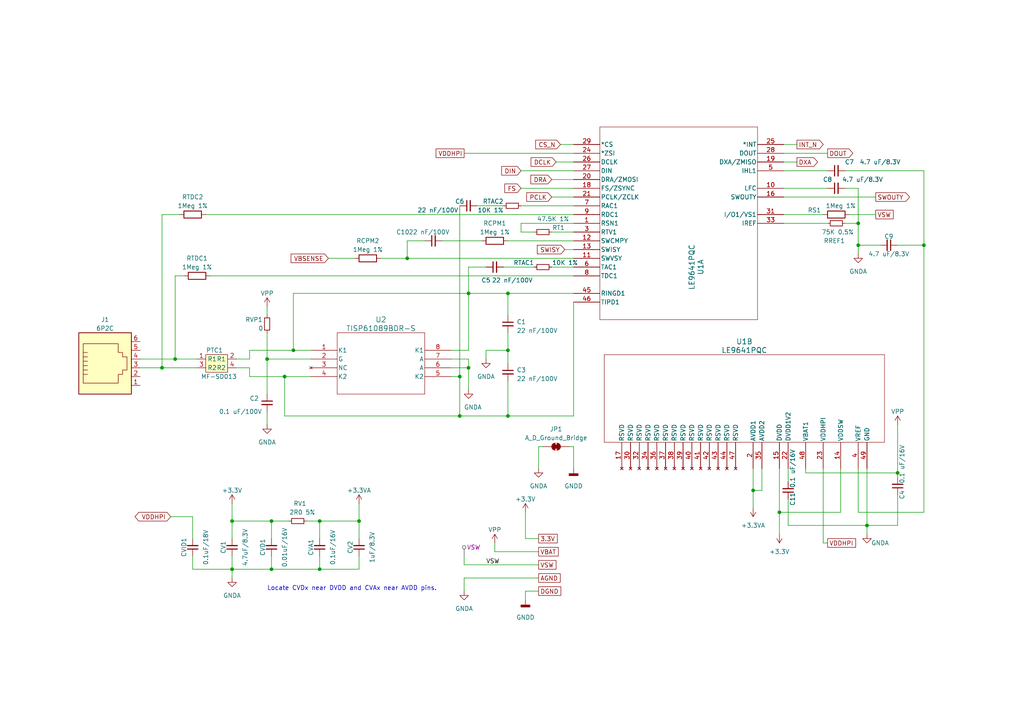
<source format=kicad_sch>
(kicad_sch (version 20230121) (generator eeschema)
  (paper "A4")
  (lib_symbols
    (symbol "Device:C_Small" (pin_numbers hide) (pin_names (offset 0.254) hide)
      (property "Reference" "C" (at 0.254 1.778 0))
      (property "Value" "C_Small" (at 0.254 -2.032 0))
      (symbol "C_Small_0_1"
        (polyline (pts (xy -1.524 -0.508) (xy 1.524 -0.508)) (stroke (width 0.3302)))
        (polyline (pts (xy -1.524 0.508) (xy 1.524 0.508)) (stroke (width 0.3048)))
      )
      (symbol "C_Small_1_1"
        (pin passive line (at 0 2.54 270) (length 2.032) (name "~") (number "1"))
        (pin passive line (at 0 -2.54 90) (length 2.032) (name "~") (number "2"))
      )
    )
    (symbol "Device:R" (pin_numbers hide) (pin_names (offset 0))
      (property "Reference" "R" (at 2.032 0 90))
      (property "Value" "R" (at 0 0 90))
      (symbol "R_0_1"
        (rectangle (start -1.016 -2.54) (end 1.016 2.54) (stroke (width 0.254)))
      )
      (symbol "R_1_1"
        (pin passive line (at 0 3.81 270) (length 1.27) (name "~") (number "1"))
        (pin passive line (at 0 -3.81 90) (length 1.27) (name "~") (number "2"))
      )
    )
    (symbol "Device:R_Small" (pin_numbers hide) (pin_names (offset 0.254) hide)
      (property "Reference" "R" (at 0.762 0.508 0))
      (property "Value" "R_Small" (at 0.762 -1.016 0))
      (symbol "R_Small_0_1"
        (rectangle (start -0.762 1.778) (end 0.762 -1.778) (stroke (width 0.2032)))
      )
      (symbol "R_Small_1_1"
        (pin passive line (at 0 2.54 270) (length 0.762) (name "~") (number "1"))
        (pin passive line (at 0 -2.54 90) (length 0.762) (name "~") (number "2"))
      )
    )
    (symbol "Jumper:SolderJumper_2_Bridged" (pin_numbers hide) (pin_names (offset 0) hide)
      (property "Reference" "JP" (at 0 2.032 0))
      (property "Value" "SolderJumper_2_Bridged" (at 0 -2.54 0))
      (symbol "SolderJumper_2_Bridged_0_1"
        (rectangle (start -0.508 0.508) (end 0.508 -0.508) (fill (type outline)))
        (arc (start -0.254 1.016) (mid -1.2656 0) (end -0.254 -1.016))
        (arc (start -0.254 1.016) (mid -1.2656 0) (end -0.254 -1.016) (fill (type outline)))
        (polyline (pts (xy -0.254 1.016) (xy -0.254 -1.016)))
        (polyline (pts (xy 0.254 1.016) (xy 0.254 -1.016)))
        (arc (start 0.254 -1.016) (mid 1.2656 0) (end 0.254 1.016))
        (arc (start 0.254 -1.016) (mid 1.2656 0) (end 0.254 1.016) (fill (type outline)))
      )
      (symbol "SolderJumper_2_Bridged_1_1"
        (pin passive line (at -3.81 0 0) (length 2.54) (name "A") (number "1"))
        (pin passive line (at 3.81 0 180) (length 2.54) (name "B") (number "2"))
      )
    )
    (symbol "LE9641:LE9641PQC" (pin_names (offset 0.254))
      (property "Reference" "U1" (at 36.83 -35.56 90))
      (property "Value" "LE9641PQC" (at 34.29 -35.56 90))
      (symbol "LE9641PQC_1_1"
        (polyline (pts (xy 7.62 -50.8) (xy 53.34 -50.8)) (stroke (width 0.127)))
        (polyline (pts (xy 7.62 5.08) (xy 7.62 -50.8)) (stroke (width 0.127)))
        (polyline (pts (xy 53.34 -50.8) (xy 53.34 5.08)) (stroke (width 0.127)))
        (polyline (pts (xy 53.34 5.08) (xy 7.62 5.08)) (stroke (width 0.127)))
        (pin input line (at 0 -22.86 0) (length 7.62) (name "RSN1") (number "1"))
        (pin output line (at 60.96 -12.7 180) (length 7.62) (name "LFC") (number "10"))
        (pin input line (at 0 -33.02 0) (length 7.62) (name "SWVSY") (number "11"))
        (pin input line (at 0 -27.94 0) (length 7.62) (name "SWCMPY") (number "12"))
        (pin input line (at 0 -30.48 0) (length 7.62) (name "SWISY") (number "13"))
        (pin output line (at 60.96 -15.24 180) (length 7.62) (name "SWOUTY") (number "16"))
        (pin input line (at 0 -12.7 0) (length 7.62) (name "FS/ZSYNC") (number "18"))
        (pin output line (at 60.96 -5.08 180) (length 7.62) (name "DXA/ZMISO") (number "19"))
        (pin input line (at 0 -10.16 0) (length 7.62) (name "DRA/ZMOSI") (number "20"))
        (pin input line (at 0 -15.24 0) (length 7.62) (name "PCLK/ZCLK") (number "21"))
        (pin input line (at 0 -2.54 0) (length 7.62) (name "*ZSI") (number "24"))
        (pin output line (at 60.96 0 180) (length 7.62) (name "*INT") (number "25"))
        (pin input line (at 0 -5.08 0) (length 7.62) (name "DCLK") (number "26"))
        (pin input line (at 0 -7.62 0) (length 7.62) (name "DIN") (number "27"))
        (pin output line (at 60.96 -2.54 180) (length 7.62) (name "DOUT") (number "28"))
        (pin input line (at 0 0 0) (length 7.62) (name "*CS") (number "29"))
        (pin input line (at 0 -25.4 0) (length 7.62) (name "RTV1") (number "3"))
        (pin bidirectional line (at 60.96 -20.32 180) (length 7.62) (name "I/O1/VS1") (number "31"))
        (pin unspecified line (at 60.96 -22.86 180) (length 7.62) (name "IREF") (number "33"))
        (pin output line (at 0 -43.18 0) (length 7.62) (name "RINGD1") (number "45"))
        (pin output line (at 0 -45.72 0) (length 7.62) (name "TIPD1") (number "46"))
        (pin output line (at 60.96 -7.62 180) (length 7.62) (name "IHL1") (number "5"))
        (pin input line (at 0 -35.56 0) (length 7.62) (name "TAC1") (number "6"))
        (pin input line (at 0 -17.78 0) (length 7.62) (name "RAC1") (number "7"))
        (pin input line (at 0 -38.1 0) (length 7.62) (name "TDC1") (number "8"))
        (pin input line (at 0 -20.32 0) (length 7.62) (name "RDC1") (number "9"))
      )
      (symbol "LE9641PQC_2_1"
        (polyline (pts (xy 7.62 -76.2) (xy 33.02 -76.2)) (stroke (width 0.127)))
        (polyline (pts (xy 7.62 5.08) (xy 7.62 -76.2)) (stroke (width 0.127)))
        (polyline (pts (xy 33.02 -76.2) (xy 33.02 5.08)) (stroke (width 0.127)))
        (polyline (pts (xy 33.02 5.08) (xy 7.62 5.08)) (stroke (width 0.127)))
        (pin power_in line (at 0 -63.5 0) (length 7.62) (name "VDDSW") (number "14"))
        (pin power_in line (at 0 -45.72 0) (length 7.62) (name "DVDD") (number "15"))
        (pin no_connect line (at 0 0 0) (length 7.62) (name "RSVD") (number "17"))
        (pin power_in line (at 0 -38.1 0) (length 7.62) (name "AVDD1") (number "2"))
        (pin power_in line (at 0 -48.26 0) (length 7.62) (name "DVDD1V2") (number "22"))
        (pin power_in line (at 0 -58.42 0) (length 7.62) (name "VDDHPI") (number "23"))
        (pin no_connect line (at 0 -2.54 0) (length 7.62) (name "RSVD") (number "30"))
        (pin no_connect line (at 0 -5.08 0) (length 7.62) (name "RSVD") (number "32"))
        (pin no_connect line (at 0 -7.62 0) (length 7.62) (name "RSVD") (number "34"))
        (pin power_in line (at 0 -40.64 0) (length 7.62) (name "AVDD2") (number "35"))
        (pin no_connect line (at 0 -10.16 0) (length 7.62) (name "RSVD") (number "36"))
        (pin no_connect line (at 0 -12.7 0) (length 7.62) (name "RSVD") (number "37"))
        (pin no_connect line (at 0 -15.24 0) (length 7.62) (name "RSVD") (number "38"))
        (pin no_connect line (at 0 -17.78 0) (length 7.62) (name "RSVD") (number "39"))
        (pin unspecified line (at 0 -68.58 0) (length 7.62) (name "VREF") (number "4"))
        (pin no_connect line (at 0 -20.32 0) (length 7.62) (name "RSVD") (number "40"))
        (pin no_connect line (at 0 -22.86 0) (length 7.62) (name "RSVD") (number "41"))
        (pin no_connect line (at 0 -25.4 0) (length 7.62) (name "RSVD") (number "42"))
        (pin no_connect line (at 0 -27.94 0) (length 7.62) (name "RSVD") (number "43"))
        (pin no_connect line (at 0 -30.48 0) (length 7.62) (name "RSVD") (number "44"))
        (pin no_connect line (at 0 -33.02 0) (length 7.62) (name "RSVD") (number "47"))
        (pin power_in line (at 0 -53.34 0) (length 7.62) (name "VBAT1") (number "48"))
        (pin power_out line (at 0 -71.12 0) (length 7.62) (name "GND") (number "49"))
      )
    )
    (symbol "LE9641PQC_1" (pin_names (offset 0.254))
      (property "Reference" "U1" (at 36.83 -35.56 90))
      (property "Value" "LE9641PQC" (at 34.29 -35.56 90))
      (symbol "LE9641PQC_1_1_1"
        (polyline (pts (xy 7.62 -50.8) (xy 53.34 -50.8)) (stroke (width 0.127)))
        (polyline (pts (xy 7.62 5.08) (xy 7.62 -50.8)) (stroke (width 0.127)))
        (polyline (pts (xy 53.34 -50.8) (xy 53.34 5.08)) (stroke (width 0.127)))
        (polyline (pts (xy 53.34 5.08) (xy 7.62 5.08)) (stroke (width 0.127)))
        (pin input line (at 0 -22.86 0) (length 7.62) (name "RSN1") (number "1"))
        (pin output line (at 60.96 -12.7 180) (length 7.62) (name "LFC") (number "10"))
        (pin input line (at 0 -33.02 0) (length 7.62) (name "SWVSY") (number "11"))
        (pin input line (at 0 -27.94 0) (length 7.62) (name "SWCMPY") (number "12"))
        (pin input line (at 0 -30.48 0) (length 7.62) (name "SWISY") (number "13"))
        (pin output line (at 60.96 -15.24 180) (length 7.62) (name "SWOUTY") (number "16"))
        (pin input line (at 0 -12.7 0) (length 7.62) (name "FS/ZSYNC") (number "18"))
        (pin output line (at 60.96 -5.08 180) (length 7.62) (name "DXA/ZMISO") (number "19"))
        (pin input line (at 0 -10.16 0) (length 7.62) (name "DRA/ZMOSI") (number "20"))
        (pin input line (at 0 -15.24 0) (length 7.62) (name "PCLK/ZCLK") (number "21"))
        (pin input line (at 0 -2.54 0) (length 7.62) (name "*ZSI") (number "24"))
        (pin output line (at 60.96 0 180) (length 7.62) (name "*INT") (number "25"))
        (pin input line (at 0 -5.08 0) (length 7.62) (name "DCLK") (number "26"))
        (pin input line (at 0 -7.62 0) (length 7.62) (name "DIN") (number "27"))
        (pin output line (at 60.96 -2.54 180) (length 7.62) (name "DOUT") (number "28"))
        (pin input line (at 0 0 0) (length 7.62) (name "*CS") (number "29"))
        (pin input line (at 0 -25.4 0) (length 7.62) (name "RTV1") (number "3"))
        (pin bidirectional line (at 60.96 -20.32 180) (length 7.62) (name "I/O1/VS1") (number "31"))
        (pin unspecified line (at 60.96 -22.86 180) (length 7.62) (name "IREF") (number "33"))
        (pin output line (at 0 -43.18 0) (length 7.62) (name "RINGD1") (number "45"))
        (pin output line (at 0 -45.72 0) (length 7.62) (name "TIPD1") (number "46"))
        (pin output line (at 60.96 -7.62 180) (length 7.62) (name "IHL1") (number "5"))
        (pin input line (at 0 -35.56 0) (length 7.62) (name "TAC1") (number "6"))
        (pin input line (at 0 -17.78 0) (length 7.62) (name "RAC1") (number "7"))
        (pin input line (at 0 -38.1 0) (length 7.62) (name "TDC1") (number "8"))
        (pin input line (at 0 -20.32 0) (length 7.62) (name "RDC1") (number "9"))
      )
      (symbol "LE9641PQC_1_2_1"
        (polyline (pts (xy 7.62 -76.2) (xy 33.02 -76.2)) (stroke (width 0.127)))
        (polyline (pts (xy 7.62 5.08) (xy 7.62 -76.2)) (stroke (width 0.127)))
        (polyline (pts (xy 33.02 -76.2) (xy 33.02 5.08)) (stroke (width 0.127)))
        (polyline (pts (xy 33.02 5.08) (xy 7.62 5.08)) (stroke (width 0.127)))
        (pin power_in line (at 0 -63.5 0) (length 7.62) (name "VDDSW") (number "14"))
        (pin power_in line (at 0 -45.72 0) (length 7.62) (name "DVDD") (number "15"))
        (pin no_connect line (at 0 0 0) (length 7.62) (name "RSVD") (number "17"))
        (pin power_in line (at 0 -38.1 0) (length 7.62) (name "AVDD1") (number "2"))
        (pin power_in line (at 0 -48.26 0) (length 7.62) (name "DVDD1V2") (number "22"))
        (pin power_in line (at 0 -58.42 0) (length 7.62) (name "VDDHPI") (number "23"))
        (pin no_connect line (at 0 -2.54 0) (length 7.62) (name "RSVD") (number "30"))
        (pin no_connect line (at 0 -5.08 0) (length 7.62) (name "RSVD") (number "32"))
        (pin no_connect line (at 0 -7.62 0) (length 7.62) (name "RSVD") (number "34"))
        (pin power_in line (at 0 -40.64 0) (length 7.62) (name "AVDD2") (number "35"))
        (pin no_connect line (at 0 -10.16 0) (length 7.62) (name "RSVD") (number "36"))
        (pin no_connect line (at 0 -12.7 0) (length 7.62) (name "RSVD") (number "37"))
        (pin no_connect line (at 0 -15.24 0) (length 7.62) (name "RSVD") (number "38"))
        (pin no_connect line (at 0 -17.78 0) (length 7.62) (name "RSVD") (number "39"))
        (pin unspecified line (at 0 -68.58 0) (length 7.62) (name "VREF") (number "4"))
        (pin no_connect line (at 0 -20.32 0) (length 7.62) (name "RSVD") (number "40"))
        (pin no_connect line (at 0 -22.86 0) (length 7.62) (name "RSVD") (number "41"))
        (pin no_connect line (at 0 -25.4 0) (length 7.62) (name "RSVD") (number "42"))
        (pin no_connect line (at 0 -27.94 0) (length 7.62) (name "RSVD") (number "43"))
        (pin no_connect line (at 0 -30.48 0) (length 7.62) (name "RSVD") (number "44"))
        (pin no_connect line (at 0 -33.02 0) (length 7.62) (name "RSVD") (number "47"))
        (pin power_in line (at 0 -53.34 0) (length 7.62) (name "VBAT1") (number "48"))
        (pin power_out line (at 0 -71.12 0) (length 7.62) (name "GND") (number "49"))
      )
    )
    (symbol "TISP61089BDR-S:TISP61089BDR-S" (pin_names (offset 0.254))
      (property "Reference" "U" (at 20.32 10.16 0))
      (property "Value" "TISP61089BDR-S" (at 20.32 7.62 0))
      (symbol "TISP61089BDR-S_0_1"
        (polyline (pts (xy 7.62 -12.7) (xy 33.02 -12.7)) (stroke (width 0.127)))
        (polyline (pts (xy 7.62 5.08) (xy 7.62 -12.7)) (stroke (width 0.127)))
        (polyline (pts (xy 33.02 -12.7) (xy 33.02 5.08)) (stroke (width 0.127)))
        (polyline (pts (xy 33.02 5.08) (xy 7.62 5.08)) (stroke (width 0.127)))
        (pin bidirectional line (at 0 0 0) (length 7.62) (name "K1") (number "1"))
        (pin unspecified line (at 0 -2.54 0) (length 7.62) (name "G") (number "2"))
        (pin no_connect line (at 0 -5.08 0) (length 7.62) (name "NC") (number "3"))
        (pin bidirectional line (at 0 -7.62 0) (length 7.62) (name "K2") (number "4"))
        (pin bidirectional line (at 40.64 -7.62 180) (length 7.62) (name "K2") (number "5"))
        (pin power_out line (at 40.64 -5.08 180) (length 7.62) (name "A") (number "6"))
        (pin power_out line (at 40.64 -2.54 180) (length 7.62) (name "A") (number "7"))
        (pin bidirectional line (at 40.64 0 180) (length 7.62) (name "K1") (number "8"))
      )
    )
    (symbol "my_lib:6P2C" (pin_names (offset 1.016))
      (property "Reference" "J" (at -5.08 11.43 0))
      (property "Value" "6P2C" (at 2.54 11.43 0))
      (symbol "6P2C_0_1"
        (polyline (pts (xy -6.35 -1.905) (xy -5.08 -1.905) (xy -5.08 -1.905)))
        (polyline (pts (xy -6.35 -0.635) (xy -5.08 -0.635) (xy -5.08 -0.635)))
        (polyline (pts (xy -6.35 0.635) (xy -5.08 0.635) (xy -5.08 0.635)))
        (polyline (pts (xy -6.35 1.905) (xy -5.08 1.905) (xy -5.08 1.905)))
        (polyline (pts (xy -6.35 3.175) (xy -5.08 3.175) (xy -5.08 3.175)))
        (polyline (pts (xy -5.08 4.445) (xy -6.35 4.445) (xy -6.35 4.445)))
        (polyline (pts (xy -6.35 -4.445) (xy -6.35 6.985) (xy 3.81 6.985) (xy 3.81 4.445) (xy 5.08 4.445) (xy 5.08 3.175) (xy 6.35 3.175) (xy 6.35 -0.635) (xy 5.08 -0.635) (xy 5.08 -1.905) (xy 3.81 -1.905) (xy 3.81 -4.445) (xy -6.35 -4.445) (xy -6.35 -4.445)))
        (rectangle (start 7.62 10.16) (end -7.62 -7.62) (stroke (width 0.254)) (fill (type background)))
      )
      (symbol "6P2C_1_1"
        (pin passive line (at 10.16 -5.08 180) (length 2.54) (name "~") (number "1"))
        (pin passive line (at 10.16 -2.54 180) (length 2.54) (name "~") (number "2"))
        (pin passive line (at 10.16 0 180) (length 2.54) (name "~") (number "3"))
        (pin passive line (at 10.16 2.54 180) (length 2.54) (name "~") (number "4"))
        (pin passive line (at 10.16 5.08 180) (length 2.54) (name "~") (number "5"))
        (pin passive line (at 10.16 7.62 180) (length 2.54) (name "~") (number "6"))
      )
    )
    (symbol "my_lib:MF-SD013/250"
      (property "Reference" "PTC" (at 0 1.27 0))
      (property "Value" "MF-SD013" (at 0 -1.27 0))
      (symbol "MF-SD013/250_1_1"
        (rectangle (start -2.54 -2.54) (end 3.81 -7.62) (fill (type background)))
        (pin bidirectional line (at -5.08 -3.81 0) (length 2.54) (name "R1") (number "1"))
        (pin bidirectional line (at 6.35 -3.81 180) (length 2.54) (name "R1") (number "2"))
        (pin bidirectional line (at -5.08 -6.35 0) (length 2.54) (name "R2") (number "3"))
        (pin bidirectional line (at 6.35 -6.35 180) (length 2.54) (name "R2") (number "4"))
      )
    )
    (symbol "power:+3.3V" (power) (pin_names (offset 0))
      (property "Value" "+3.3V" (at 0 3.556 0))
      (symbol "+3.3V_0_1"
        (polyline (pts (xy -0.762 1.27) (xy 0 2.54)))
        (polyline (pts (xy 0 0) (xy 0 2.54)))
        (polyline (pts (xy 0 2.54) (xy 0.762 1.27)))
      )
      (symbol "+3.3V_1_1"
        (pin power_in line (at 0 0 90) (length 0) hide (name "+3.3V") (number "1"))
      )
    )
    (symbol "power:+3.3VA" (power) (pin_names (offset 0))
      (property "Value" "+3.3VA" (at 0 3.556 0))
      (symbol "+3.3VA_0_1"
        (polyline (pts (xy -0.762 1.27) (xy 0 2.54)))
        (polyline (pts (xy 0 0) (xy 0 2.54)))
        (polyline (pts (xy 0 2.54) (xy 0.762 1.27)))
      )
      (symbol "+3.3VA_1_1"
        (pin power_in line (at 0 0 90) (length 0) hide (name "+3.3VA") (number "1"))
      )
    )
    (symbol "power:GNDA" (power) (pin_names (offset 0))
      (property "Value" "GNDA" (at 0 -3.81 0))
      (symbol "GNDA_0_1"
        (polyline (pts (xy 0 0) (xy 0 -1.27) (xy 1.27 -1.27) (xy 0 -2.54) (xy -1.27 -1.27) (xy 0 -1.27)))
      )
      (symbol "GNDA_1_1"
        (pin power_in line (at 0 0 270) (length 0) hide (name "GNDA") (number "1"))
      )
    )
    (symbol "power:GNDD" (power) (pin_names (offset 0))
      (property "Value" "GNDD" (at 0 -3.175 0))
      (symbol "GNDD_0_1"
        (rectangle (start -1.27 -1.524) (end 1.27 -2.032) (stroke (width 0.254)) (fill (type outline)))
        (polyline (pts (xy 0 0) (xy 0 -1.524)))
      )
      (symbol "GNDD_1_1"
        (pin power_in line (at 0 0 270) (length 0) hide (name "GNDD") (number "1"))
      )
    )
    (symbol "power:VPP" (power) (pin_names (offset 0))
      (property "Value" "VPP" (at 0 3.81 0))
      (symbol "VPP_0_1"
        (polyline (pts (xy -0.762 1.27) (xy 0 2.54)))
        (polyline (pts (xy 0 0) (xy 0 2.54)))
        (polyline (pts (xy 0 2.54) (xy 0.762 1.27)))
      )
      (symbol "VPP_1_1"
        (pin power_in line (at 0 0 90) (length 0) hide (name "VPP") (number "1"))
      )
    )
  )
  (junction (at 147.32 120.65))
  (junction (at 85.09 101.6))
  (junction (at 82.55 109.22))
  (junction (at 147.32 101.6))
  (junction (at 147.32 85.09))
  (junction (at 78.74 165.1))
  (junction (at 118.11 74.93))
  (junction (at 104.14 151.13))
  (junction (at 133.35 109.22))
  (junction (at 135.89 85.09))
  (junction (at 251.46 152.4))
  (junction (at 50.8 104.14))
  (junction (at 248.92 64.77))
  (junction (at 46.99 106.68))
  (junction (at 77.47 104.14))
  (junction (at 267.97 71.12))
  (junction (at 67.31 151.13))
  (junction (at 135.89 106.68))
  (junction (at 226.06 148.59))
  (junction (at 218.44 142.24))
  (junction (at 67.31 165.1))
  (junction (at 133.35 120.65))
  (junction (at 260.35 137.16))
  (junction (at 248.92 71.12))
  (junction (at 92.71 165.1))
  (junction (at 78.74 151.13))
  (junction (at 92.71 151.13))
  (wire (pts (xy 248.92 148.59) (xy 267.97 148.59)))
  (wire (pts (xy 140.97 104.14) (xy 140.97 101.6)))
  (wire (pts (xy 67.31 161.29) (xy 67.31 165.1)))
  (wire (pts (xy 78.74 151.13) (xy 67.31 151.13)))
  (wire (pts (xy 218.44 135.89) (xy 218.44 142.24)))
  (wire (pts (xy 46.99 106.68) (xy 57.15 106.68)))
  (wire (pts (xy 130.81 106.68) (xy 135.89 106.68)))
  (wire (pts (xy 227.33 54.61) (xy 240.03 54.61)))
  (wire (pts (xy 134.62 171.45) (xy 134.62 167.64)))
  (wire (pts (xy 52.07 62.23) (xy 46.99 62.23)))
  (wire (pts (xy 135.89 104.14) (xy 130.81 104.14)))
  (wire (pts (xy 77.47 96.52) (xy 77.47 104.14)))
  (wire (pts (xy 130.81 109.22) (xy 133.35 109.22)))
  (wire (pts (xy 135.89 77.47) (xy 135.89 85.09)))
  (wire (pts (xy 55.88 149.86) (xy 55.88 156.21)))
  (wire (pts (xy 228.6 152.4) (xy 251.46 152.4)))
  (wire (pts (xy 245.11 64.77) (xy 248.92 64.77)))
  (wire (pts (xy 156.21 129.54) (xy 156.21 135.89)))
  (wire (pts (xy 156.21 163.83) (xy 134.62 163.83)))
  (wire (pts (xy 151.13 59.69) (xy 166.37 59.69)))
  (wire (pts (xy 267.97 71.12) (xy 267.97 49.53)))
  (wire (pts (xy 92.71 165.1) (xy 78.74 165.1)))
  (wire (pts (xy 240.03 157.48) (xy 238.76 157.48)))
  (wire (pts (xy 110.49 74.93) (xy 118.11 74.93)))
  (wire (pts (xy 49.53 149.86) (xy 55.88 149.86)))
  (wire (pts (xy 135.89 106.68) (xy 135.89 113.03)))
  (wire (pts (xy 82.55 109.22) (xy 72.39 109.22)))
  (wire (pts (xy 104.14 146.05) (xy 104.14 151.13)))
  (wire (pts (xy 133.35 120.65) (xy 147.32 120.65)))
  (wire (pts (xy 60.96 80.01) (xy 166.37 80.01)))
  (wire (pts (xy 88.9 151.13) (xy 92.71 151.13)))
  (wire (pts (xy 245.11 49.53) (xy 267.97 49.53)))
  (wire (pts (xy 166.37 129.54) (xy 165.1 129.54)))
  (wire (pts (xy 227.33 49.53) (xy 240.03 49.53)))
  (wire (pts (xy 260.35 152.4) (xy 251.46 152.4)))
  (wire (pts (xy 40.64 106.68) (xy 46.99 106.68)))
  (wire (pts (xy 72.39 101.6) (xy 85.09 101.6)))
  (wire (pts (xy 82.55 120.65) (xy 133.35 120.65)))
  (wire (pts (xy 260.35 123.19) (xy 260.35 137.16)))
  (wire (pts (xy 118.11 69.85) (xy 118.11 74.93)))
  (wire (pts (xy 147.32 110.49) (xy 147.32 120.65)))
  (wire (pts (xy 67.31 165.1) (xy 67.31 167.64)))
  (wire (pts (xy 233.68 137.16) (xy 260.35 137.16)))
  (wire (pts (xy 78.74 151.13) (xy 83.82 151.13)))
  (wire (pts (xy 227.33 46.99) (xy 231.14 46.99)))
  (wire (pts (xy 160.02 57.15) (xy 166.37 57.15)))
  (wire (pts (xy 260.35 137.16) (xy 260.35 138.43)))
  (wire (pts (xy 104.14 161.29) (xy 104.14 165.1)))
  (wire (pts (xy 147.32 120.65) (xy 166.37 120.65)))
  (wire (pts (xy 267.97 71.12) (xy 267.97 148.59)))
  (wire (pts (xy 248.92 148.59) (xy 248.92 135.89)))
  (wire (pts (xy 133.35 109.22) (xy 133.35 120.65)))
  (wire (pts (xy 50.8 80.01) (xy 50.8 104.14)))
  (wire (pts (xy 161.29 46.99) (xy 166.37 46.99)))
  (wire (pts (xy 55.88 165.1) (xy 67.31 165.1)))
  (wire (pts (xy 140.97 101.6) (xy 147.32 101.6)))
  (wire (pts (xy 78.74 165.1) (xy 67.31 165.1)))
  (wire (pts (xy 67.31 151.13) (xy 67.31 156.21)))
  (wire (pts (xy 104.14 151.13) (xy 92.71 151.13)))
  (wire (pts (xy 245.11 54.61) (xy 248.92 54.61)))
  (wire (pts (xy 72.39 106.68) (xy 72.39 109.22)))
  (wire (pts (xy 248.92 71.12) (xy 248.92 73.66)))
  (wire (pts (xy 166.37 64.77) (xy 151.13 64.77)))
  (wire (pts (xy 162.56 41.91) (xy 166.37 41.91)))
  (wire (pts (xy 85.09 85.09) (xy 135.89 85.09)))
  (wire (pts (xy 243.84 148.59) (xy 226.06 148.59)))
  (wire (pts (xy 77.47 119.38) (xy 77.47 123.19)))
  (wire (pts (xy 151.13 67.31) (xy 154.94 67.31)))
  (wire (pts (xy 147.32 96.52) (xy 147.32 101.6)))
  (wire (pts (xy 95.25 74.93) (xy 102.87 74.93)))
  (wire (pts (xy 248.92 71.12) (xy 255.27 71.12)))
  (wire (pts (xy 152.4 171.45) (xy 156.21 171.45)))
  (wire (pts (xy 77.47 114.3) (xy 77.47 104.14)))
  (wire (pts (xy 135.89 104.14) (xy 135.89 106.68)))
  (wire (pts (xy 226.06 135.89) (xy 226.06 148.59)))
  (wire (pts (xy 82.55 109.22) (xy 90.17 109.22)))
  (wire (pts (xy 160.02 52.07) (xy 166.37 52.07)))
  (wire (pts (xy 227.33 64.77) (xy 240.03 64.77)))
  (wire (pts (xy 147.32 85.09) (xy 166.37 85.09)))
  (wire (pts (xy 133.35 59.69) (xy 133.35 109.22)))
  (wire (pts (xy 134.62 167.64) (xy 156.21 167.64)))
  (wire (pts (xy 228.6 144.78) (xy 228.6 152.4)))
  (wire (pts (xy 147.32 91.44) (xy 147.32 85.09)))
  (wire (pts (xy 227.33 62.23) (xy 238.76 62.23)))
  (wire (pts (xy 248.92 54.61) (xy 248.92 64.77)))
  (wire (pts (xy 146.05 77.47) (xy 154.94 77.47)))
  (wire (pts (xy 40.64 104.14) (xy 50.8 104.14)))
  (wire (pts (xy 246.38 62.23) (xy 254 62.23)))
  (wire (pts (xy 104.14 165.1) (xy 92.71 165.1)))
  (wire (pts (xy 143.51 157.48) (xy 143.51 160.02)))
  (wire (pts (xy 220.98 142.24) (xy 218.44 142.24)))
  (wire (pts (xy 55.88 161.29) (xy 55.88 165.1)))
  (wire (pts (xy 140.97 77.47) (xy 135.89 77.47)))
  (wire (pts (xy 152.4 148.59) (xy 152.4 156.21)))
  (wire (pts (xy 248.92 64.77) (xy 248.92 71.12)))
  (wire (pts (xy 68.58 104.14) (xy 72.39 104.14)))
  (wire (pts (xy 147.32 69.85) (xy 166.37 69.85)))
  (wire (pts (xy 67.31 146.05) (xy 67.31 151.13)))
  (wire (pts (xy 123.19 69.85) (xy 118.11 69.85)))
  (wire (pts (xy 163.83 72.39) (xy 166.37 72.39)))
  (wire (pts (xy 251.46 152.4) (xy 251.46 154.94)))
  (wire (pts (xy 243.84 135.89) (xy 243.84 148.59)))
  (wire (pts (xy 134.62 161.29) (xy 134.62 163.83)))
  (wire (pts (xy 135.89 85.09) (xy 135.89 101.6)))
  (wire (pts (xy 166.37 54.61) (xy 151.13 54.61)))
  (wire (pts (xy 260.35 71.12) (xy 267.97 71.12)))
  (wire (pts (xy 160.02 67.31) (xy 166.37 67.31)))
  (wire (pts (xy 78.74 161.29) (xy 78.74 165.1)))
  (wire (pts (xy 46.99 62.23) (xy 46.99 106.68)))
  (wire (pts (xy 166.37 120.65) (xy 166.37 87.63)))
  (wire (pts (xy 82.55 109.22) (xy 82.55 120.65)))
  (wire (pts (xy 72.39 101.6) (xy 72.39 104.14)))
  (wire (pts (xy 78.74 151.13) (xy 78.74 156.21)))
  (wire (pts (xy 130.81 101.6) (xy 135.89 101.6)))
  (wire (pts (xy 90.17 101.6) (xy 85.09 101.6)))
  (wire (pts (xy 220.98 135.89) (xy 220.98 142.24)))
  (wire (pts (xy 85.09 101.6) (xy 85.09 85.09)))
  (wire (pts (xy 92.71 161.29) (xy 92.71 165.1)))
  (wire (pts (xy 238.76 135.89) (xy 238.76 157.48)))
  (wire (pts (xy 156.21 160.02) (xy 143.51 160.02)))
  (wire (pts (xy 138.43 59.69) (xy 146.05 59.69)))
  (wire (pts (xy 152.4 171.45) (xy 152.4 173.99)))
  (wire (pts (xy 156.21 129.54) (xy 157.48 129.54)))
  (wire (pts (xy 160.02 77.47) (xy 166.37 77.47)))
  (wire (pts (xy 135.89 85.09) (xy 147.32 85.09)))
  (wire (pts (xy 92.71 151.13) (xy 92.71 156.21)))
  (wire (pts (xy 104.14 151.13) (xy 104.14 156.21)))
  (wire (pts (xy 228.6 135.89) (xy 228.6 139.7)))
  (wire (pts (xy 227.33 41.91) (xy 231.14 41.91)))
  (wire (pts (xy 233.68 135.89) (xy 233.68 137.16)))
  (wire (pts (xy 68.58 106.68) (xy 72.39 106.68)))
  (wire (pts (xy 77.47 88.9) (xy 77.47 91.44)))
  (wire (pts (xy 260.35 143.51) (xy 260.35 152.4)))
  (wire (pts (xy 151.13 64.77) (xy 151.13 67.31)))
  (wire (pts (xy 226.06 148.59) (xy 226.06 154.94)))
  (wire (pts (xy 147.32 101.6) (xy 147.32 105.41)))
  (wire (pts (xy 50.8 104.14) (xy 57.15 104.14)))
  (wire (pts (xy 218.44 142.24) (xy 218.44 147.32)))
  (wire (pts (xy 128.27 69.85) (xy 139.7 69.85)))
  (wire (pts (xy 59.69 62.23) (xy 166.37 62.23)))
  (wire (pts (xy 227.33 44.45) (xy 240.03 44.45)))
  (wire (pts (xy 118.11 74.93) (xy 166.37 74.93)))
  (wire (pts (xy 166.37 129.54) (xy 166.37 135.89)))
  (wire (pts (xy 134.62 44.45) (xy 166.37 44.45)))
  (wire (pts (xy 156.21 156.21) (xy 152.4 156.21)))
  (wire (pts (xy 53.34 80.01) (xy 50.8 80.01)))
  (wire (pts (xy 151.13 49.53) (xy 166.37 49.53)))
  (wire (pts (xy 77.47 104.14) (xy 90.17 104.14)))
  (wire (pts (xy 227.33 57.15) (xy 254 57.15)))
  (wire (pts (xy 251.46 135.89) (xy 251.46 152.4)))
  (text "Locate CVDx near DVDD and CVAx near AVDD pins." (at 77.47 171.45 0) (effects (font (size 1.27 1.27)) (justify left bottom)))
  (label "VSW" (at 140.97 163.83 0))
  (global_label "VBAT" (shape passive) (at 156.21 160.02 0) (property "Intersheetrefs" "${INTERSHEET_REFS}" (effects hide)))
  (global_label "VBSENSE" (shape input) (at 95.25 74.93 180) (property "Intersheetrefs" "${INTERSHEET_REFS}" (effects hide)))
  (global_label "3.3V" (shape passive) (at 156.21 156.21 0) (property "Intersheetrefs" "${INTERSHEET_REFS}" (effects hide)))
  (global_label "DIN" (shape input) (at 151.13 49.53 180) (property "Intersheetrefs" "${INTERSHEET_REFS}" (effects hide)))
  (global_label "CS_N" (shape input) (at 162.56 41.91 180) (property "Intersheetrefs" "${INTERSHEET_REFS}" (effects hide)))
  (global_label "DGND" (shape passive) (at 156.21 171.45 0) (property "Intersheetrefs" "${INTERSHEET_REFS}" (effects hide)))
  (global_label "INT_N" (shape output) (at 231.14 41.91 0) (property "Intersheetrefs" "${INTERSHEET_REFS}" (effects hide)))
  (global_label "VSW" (shape passive) (at 254 62.23 0) (property "Intersheetrefs" "${INTERSHEET_REFS}" (effects hide)))
  (global_label "FS" (shape input) (at 151.13 54.61 180) (property "Intersheetrefs" "${INTERSHEET_REFS}" (effects hide)))
  (global_label "VSW" (shape passive) (at 156.21 163.83 0) (property "Intersheetrefs" "${INTERSHEET_REFS}" (effects hide)))
  (global_label "VDDHPI" (shape passive) (at 134.62 44.45 180) (property "Intersheetrefs" "${INTERSHEET_REFS}" (effects hide)))
  (global_label "SWOUTY" (shape output) (at 254 57.15 0) (property "Intersheetrefs" "${INTERSHEET_REFS}" (effects hide)))
  (global_label "VDDHPI" (shape passive) (at 240.03 157.48 0) (property "Intersheetrefs" "${INTERSHEET_REFS}" (effects hide)))
  (global_label "DXA" (shape output) (at 231.14 46.99 0) (property "Intersheetrefs" "${INTERSHEET_REFS}" (effects hide)))
  (global_label "AGND" (shape passive) (at 156.21 167.64 0) (property "Intersheetrefs" "${INTERSHEET_REFS}" (effects hide)))
  (global_label "PCLK" (shape input) (at 160.02 57.15 180) (property "Intersheetrefs" "${INTERSHEET_REFS}" (effects hide)))
  (global_label "DRA" (shape input) (at 160.02 52.07 180) (property "Intersheetrefs" "${INTERSHEET_REFS}" (effects hide)))
  (global_label "VDDHPI" (shape bidirectional) (at 49.53 149.86 180) (property "Intersheetrefs" "${INTERSHEET_REFS}" (effects hide)))
  (global_label "DCLK" (shape input) (at 161.29 46.99 180) (property "Intersheetrefs" "${INTERSHEET_REFS}" (effects hide)))
  (global_label "DOUT" (shape output) (at 240.03 44.45 0) (property "Intersheetrefs" "${INTERSHEET_REFS}" (effects hide)))
  (global_label "SWISY" (shape input) (at 163.83 72.39 180) (property "Intersheetrefs" "${INTERSHEET_REFS}" (effects hide)))
  (netclass_flag "" (length 2.54) (shape round) (at 134.62 161.29 0) (property "Netclass" "VSW" (at 135.3185 158.75 0) (effects (font italic) (justify left))))
  (symbol (lib_id "power:GNDD") (at 166.37 135.89 0) (unit 1)
    (property "Reference" "#PWR057" (effects hide))
    (property "Value" "GNDD" (at 166.37 140.97 0))
  )
  (symbol (lib_id "power:+3.3VA") (at 218.44 147.32 180) (unit 1)
    (property "Reference" "#PWR035" (effects hide))
    (property "Value" "+3.3VA" (at 218.44 152.4 0))
  )
  (symbol (lib_id "power:GNDA") (at 251.46 154.94 0) (unit 1)
    (property "Reference" "#PWR05" (effects hide))
    (property "Value" "GNDA" (at 255.27 157.48 0))
    (instances (project "telluino" (path "" (reference "#PWR05") (unit 1)) (path "" (reference "#PWR06") (unit 1))))
  )
  (symbol (lib_id "Device:R") (at 106.68 74.93 90) (unit 1)
    (property "Reference" "RCPM2" (at 106.68 69.85 90))
    (property "Value" "1Meg 1%" (at 106.68 72.39 90))
    (property "Footprint" "Resistor_SMD:R_0603_1608Metric" (effects hide))
    (instances (project "telluino" (path "" (reference "RCPM2") (unit 1)) (path "" (reference "RCPM1") (unit 1))))
  )
  (symbol (lib_id "TISP61089BDR-S:TISP61089BDR-S") (at 90.17 101.6 0) (unit 1)
    (property "Reference" "U2" (at 110.49 92.71 0) (effects (font (size 1.524 1.524))))
    (property "Value" "TISP61089BDR-S" (at 110.49 95.25 0) (effects (font (size 1.524 1.524))))
    (property "Footprint" "my_lib:SOIC127P780X210-8N" (effects hide))
    (property "Datasheet" "TISP61089BDR-S" (effects hide))
  )
  (symbol (lib_id "Device:C_Small") (at 78.74 158.75 180) (unit 1)
    (property "Reference" "CVD1" (at 76.2 158.75 90))
    (property "Value" "0.01uF/16V" (at 82.55 158.75 90))
    (property "Footprint" "Capacitor_SMD:C_0603_1608Metric" (effects hide))
  )
  (symbol (lib_id "power:GNDA") (at 135.89 113.03 0) (unit 1)
    (property "Reference" "#PWR01" (effects hide))
    (property "Value" "GNDA" (at 137.16 118.11 0))
    (instances (project "telluino" (path "" (reference "#PWR01") (unit 1)) (path "" (reference "#PWR02") (unit 1))))
  )
  (symbol (lib_id "Device:C_Small") (at 77.47 116.84 0) (unit 1)
    (property "Reference" "C2" (at 72.39 115.57 0) (effects (justify left)))
    (property "Value" "0.1 uF/100V" (at 63.5 119.38 0) (effects (justify left)))
    (property "Footprint" "Capacitor_SMD:C_0603_1608Metric" (effects hide))
    (instances (project "telluino" (path "" (reference "C2") (unit 1)) (path "" (reference "C1") (unit 1))))
  )
  (symbol (lib_id "Device:C_Small") (at 260.35 140.97 180) (unit 1)
    (property "Reference" "C4" (at 261.62 143.51 90))
    (property "Value" "0.1 uF/16V" (at 261.62 134.62 90))
    (property "Footprint" "Capacitor_SMD:C_0603_1608Metric" (effects hide))
    (instances (project "telluino" (path "" (reference "C4") (unit 1)) (path "" (reference "C11") (unit 1))))
  )
  (symbol (lib_id "power:+3.3V") (at 67.31 146.05 0) (unit 1)
    (property "Reference" "#PWR022" (effects hide))
    (property "Value" "+3.3V" (at 67.31 142.24 0))
    (instances (project "telluino" (path "" (reference "#PWR022") (unit 1)) (path "" (reference "#PWR09") (unit 1))))
  )
  (symbol (lib_id "power:VPP") (at 77.47 88.9 0) (unit 1)
    (property "Reference" "#PWR063" (effects hide))
    (property "Value" "VPP" (at 77.47 85.09 0))
  )
  (symbol (lib_id "Device:C_Small") (at 242.57 54.61 90) (unit 1)
    (property "Reference" "C8" (at 240.03 52.07 90))
    (property "Value" "4.7 uF/8.3V" (at 250.19 52.07 90))
    (property "Footprint" "Capacitor_SMD:C_0603_1608Metric" (effects hide))
    (instances (project "telluino" (path "" (reference "C8") (unit 1)) (path "" (reference "C9") (unit 1))))
  )
  (symbol (lib_id "power:GNDA") (at 248.92 73.66 0) (unit 1)
    (property "Reference" "#PWR06" (effects hide))
    (property "Value" "GNDA" (at 248.92 78.74 0))
    (instances (project "telluino" (path "" (reference "#PWR06") (unit 1)) (path "" (reference "#PWR05") (unit 1))))
  )
  (symbol (lib_id "power:GNDD") (at 152.4 173.99 0) (unit 1)
    (property "Reference" "#PWR016" (effects hide))
    (property "Value" "GNDD" (at 152.4 179.07 0))
  )
  (symbol (lib_id "Device:R") (at 57.15 80.01 90) (unit 1)
    (property "Reference" "RTDC1" (at 57.15 74.93 90))
    (property "Value" "1Meg 1%" (at 57.15 77.47 90))
    (property "Footprint" "Resistor_SMD:R_0603_1608Metric" (effects hide))
    (instances (project "telluino" (path "" (reference "RTDC1") (unit 1)) (path "" (reference "RTDC2") (unit 1))))
  )
  (symbol (lib_id "Device:C_Small") (at 125.73 69.85 90) (unit 1)
    (property "Reference" "C10" (at 116.84 67.31 90))
    (property "Value" "22 nF/100V" (at 124.46 67.31 90))
    (property "Footprint" "Capacitor_SMD:C_0603_1608Metric" (effects hide))
    (instances (project "telluino" (path "" (reference "C10") (unit 1)) (path "" (reference "C2") (unit 1))))
  )
  (symbol (lib_id "Device:R") (at 55.88 62.23 90) (unit 1)
    (property "Reference" "RTDC2" (at 55.88 57.15 90))
    (property "Value" "1Meg 1%" (at 55.88 59.69 90))
    (property "Footprint" "Resistor_SMD:R_0603_1608Metric" (effects hide))
    (instances (project "telluino" (path "" (reference "RTDC2") (unit 1)) (path "" (reference "RTDC1") (unit 1))))
  )
  (symbol (lib_id "Device:C_Small") (at 147.32 107.95 0) (unit 1)
    (property "Reference" "C3" (at 149.86 107.3213 0) (effects (justify left)))
    (property "Value" "22 nF/100V" (at 149.86 109.8613 0) (effects (justify left)))
    (property "Footprint" "Capacitor_SMD:C_0603_1608Metric" (effects hide))
    (instances (project "telluino" (path "" (reference "C3") (unit 1)) (path "" (reference "C6") (unit 1))))
  )
  (symbol (lib_id "power:GNDA") (at 156.21 135.89 0) (unit 1)
    (property "Reference" "#PWR056" (effects hide))
    (property "Value" "GNDA" (at 156.21 140.97 0))
  )
  (symbol (lib_id "Device:C_Small") (at 257.81 71.12 270) (unit 1)
    (property "Reference" "C9" (at 257.81 68.58 90))
    (property "Value" "4.7 uF/8.3V" (at 257.81 73.66 90))
    (property "Footprint" "Capacitor_SMD:C_0603_1608Metric" (effects hide))
    (instances (project "telluino" (path "" (reference "C9") (unit 1)) (path "" (reference "C10") (unit 1))))
  )
  (symbol (lib_id "Device:C_Small") (at 143.51 77.47 90) (unit 1)
    (property "Reference" "C5" (at 140.97 81.28 90))
    (property "Value" "22 nF/100V" (at 148.59 81.28 90))
    (property "Footprint" "Capacitor_SMD:C_0603_1608Metric" (effects hide))
    (instances (project "telluino" (path "" (reference "C5") (unit 1)) (path "" (reference "C4") (unit 1))))
  )
  (symbol (lib_id "Device:C_Small") (at 147.32 93.98 0) (unit 1)
    (property "Reference" "C1" (at 149.86 93.3513 0) (effects (justify left)))
    (property "Value" "22 nF/100V" (at 149.86 95.8913 0) (effects (justify left)))
    (property "Footprint" "Capacitor_SMD:C_0603_1608Metric" (effects hide))
    (instances (project "telluino" (path "" (reference "C1") (unit 1)) (path "" (reference "C5") (unit 1))))
  )
  (symbol (lib_id "Device:C_Small") (at 55.88 158.75 180) (unit 1)
    (property "Reference" "CVID1" (at 53.34 158.75 90))
    (property "Value" "0.1uF/18V" (at 59.69 158.75 90))
    (property "Footprint" "Capacitor_SMD:C_0603_1608Metric" (effects hide))
  )
  (symbol (lib_name "LE9641PQC_1") (lib_id "LE9641:LE9641PQC") (at 180.34 135.89 90) (unit 2)
    (property "Reference" "U1" (at 215.9 99.06 90) (effects (font (size 1.524 1.524))))
    (property "Value" "LE9641PQC" (at 215.9 101.6 90) (effects (font (size 1.524 1.524))))
    (property "Footprint" "my_lib:QFN50P700X700X90-49N" (effects hide))
    (property "Datasheet" "LE9641PQC" (effects hide))
  )
  (symbol (lib_id "power:VPP") (at 143.51 157.48 0) (unit 1)
    (property "Reference" "#PWR067" (effects hide))
    (property "Value" "VPP" (at 143.51 153.67 0))
  )
  (symbol (lib_id "power:GNDA") (at 77.47 123.19 0) (unit 1)
    (property "Reference" "#PWR02" (effects hide))
    (property "Value" "GNDA" (at 77.47 128.27 0))
    (instances (project "telluino" (path "" (reference "#PWR02") (unit 1)) (path "" (reference "#PWR01") (unit 1))))
  )
  (symbol (lib_id "power:+3.3VA") (at 104.14 146.05 0) (unit 1)
    (property "Reference" "#PWR062" (effects hide))
    (property "Value" "+3.3VA" (at 104.14 142.24 0))
  )
  (symbol (lib_id "Device:R_Small") (at 242.57 64.77 90) (unit 1)
    (property "Reference" "RREF1" (at 245.11 69.85 90) (effects (justify left)))
    (property "Value" "75K 0.5%" (at 247.65 67.31 90) (effects (justify left)))
    (property "Footprint" "Resistor_SMD:R_0603_1608Metric" (effects hide))
  )
  (symbol (lib_id "Device:R_Small") (at 148.59 59.69 90) (unit 1)
    (property "Reference" "RTAC2" (at 146.05 58.42 90) (effects (justify left)))
    (property "Value" "10K 1%" (at 146.05 60.96 90) (effects (justify left)))
    (property "Footprint" "Resistor_SMD:R_0603_1608Metric" (effects hide))
    (instances (project "telluino" (path "" (reference "RTAC2") (unit 1)) (path "" (reference "RTAC1") (unit 1))))
  )
  (symbol (lib_id "Jumper:SolderJumper_2_Bridged") (at 161.29 129.54 0) (unit 1)
    (property "Reference" "JP1" (at 161.29 124.46 0))
    (property "Value" "A_D_Ground_Bridge" (at 161.29 127 0))
    (property "Footprint" "Jumper:SolderJumper-2_P1.3mm_Bridged_RoundedPad1.0x1.5mm" (effects hide))
  )
  (symbol (lib_id "Device:R_Small") (at 157.48 67.31 90) (unit 1)
    (property "Reference" "RT1" (at 163.83 66.04 90) (effects (justify left)))
    (property "Value" "47.5K 1%" (at 165.1 63.5 90) (effects (justify left)))
    (property "Footprint" "Resistor_SMD:R_0603_1608Metric" (effects hide))
  )
  (symbol (lib_id "Device:C_Small") (at 67.31 158.75 180) (unit 1)
    (property "Reference" "CV1" (at 64.77 158.75 90))
    (property "Value" "4.7uF/8.3V" (at 71.12 158.75 90))
    (property "Footprint" "Capacitor_SMD:C_0603_1608Metric" (effects hide))
  )
  (symbol (lib_id "Device:R") (at 242.57 62.23 90) (unit 1)
    (property "Reference" "RS1" (at 236.22 60.96 90))
    (property "Value" "1Meg 1%" (at 243.84 59.69 90))
    (property "Footprint" "Resistor_SMD:R_0603_1608Metric" (effects hide))
  )
  (symbol (lib_id "power:+3.3V") (at 226.06 154.94 180) (unit 1)
    (property "Reference" "#PWR014" (effects hide))
    (property "Value" "+3.3V" (at 226.06 160.02 0))
  )
  (symbol (lib_id "Device:C_Small") (at 92.71 158.75 180) (unit 1)
    (property "Reference" "CVA1" (at 90.17 158.75 90))
    (property "Value" "0.1uF/16V" (at 96.52 158.75 90))
    (property "Footprint" "Capacitor_SMD:C_0603_1608Metric" (effects hide))
  )
  (symbol (lib_id "power:GNDA") (at 67.31 167.64 0) (unit 1)
    (property "Reference" "#PWR09" (effects hide))
    (property "Value" "GNDA" (at 67.31 172.72 0))
    (instances (project "telluino" (path "" (reference "#PWR09") (unit 1)) (path "" (reference "#PWR09") (unit 1)) (path "" (reference "#PWR012") (unit 1))))
  )
  (symbol (lib_id "power:+3.3V") (at 152.4 148.59 0) (unit 1)
    (property "Reference" "#PWR013" (effects hide))
    (property "Value" "+3.3V" (at 152.4 144.78 0))
  )
  (symbol (lib_id "Device:C_Small") (at 228.6 142.24 180) (unit 1)
    (property "Reference" "C11" (at 229.87 144.78 90))
    (property "Value" "0.1 uF/16V" (at 229.87 135.89 90))
    (property "Footprint" "Capacitor_SMD:C_0603_1608Metric" (effects hide))
    (instances (project "telluino" (path "" (reference "C11") (unit 1)) (path "" (reference "C7") (unit 1))))
  )
  (symbol (lib_id "power:GNDA") (at 140.97 104.14 0) (unit 1)
    (property "Reference" "#PWR03" (effects hide))
    (property "Value" "GNDA" (at 140.97 109.22 0))
  )
  (symbol (lib_id "power:GNDA") (at 134.62 171.45 0) (unit 1)
    (property "Reference" "#PWR011" (effects hide))
    (property "Value" "GNDA" (at 134.62 176.53 0))
  )
  (symbol (lib_id "Device:C_Small") (at 242.57 49.53 90) (unit 1)
    (property "Reference" "C7" (at 246.38 46.99 90))
    (property "Value" "4.7 uF/8.3V" (at 255.27 46.99 90))
    (property "Footprint" "Capacitor_SMD:C_0603_1608Metric" (effects hide))
    (instances (project "telluino" (path "" (reference "C7") (unit 1)) (path "" (reference "C8") (unit 1))))
  )
  (symbol (lib_id "Device:R_Small") (at 157.48 77.47 90) (unit 1)
    (property "Reference" "RTAC1" (at 154.94 76.2 90) (effects (justify left)))
    (property "Value" "10K 1%" (at 167.64 76.2 90) (effects (justify left)))
    (property "Footprint" "Resistor_SMD:R_0603_1608Metric" (effects hide))
    (instances (project "telluino" (path "" (reference "RTAC1") (unit 1)) (path "" (reference "RTAC2") (unit 1))))
  )
  (symbol (lib_id "my_lib:6P2C") (at 30.48 106.68 0) (unit 1)
    (property "Reference" "J1" (at 30.48 92.71 0))
    (property "Value" "6P2C" (at 30.48 95.25 0))
    (property "Footprint" "Connector_RJ:RJ12_Amphenol_54601" (effects hide))
  )
  (symbol (lib_id "Device:C_Small") (at 104.14 158.75 180) (unit 1)
    (property "Reference" "CV2" (at 101.6 158.75 90))
    (property "Value" "1uF/8.3V" (at 107.95 158.75 90))
    (property "Footprint" "Capacitor_SMD:C_0603_1608Metric" (effects hide))
  )
  (symbol (lib_id "power:VPP") (at 260.35 123.19 0) (unit 1)
    (property "Reference" "#PWR068" (effects hide))
    (property "Value" "VPP" (at 260.35 119.38 0))
  )
  (symbol (lib_id "LE9641:LE9641PQC") (at 166.37 41.91 0) (unit 1)
    (property "Reference" "U1" (at 203.2 77.47 90) (effects (font (size 1.524 1.524))))
    (property "Value" "LE9641PQC" (at 200.66 77.47 90) (effects (font (size 1.524 1.524))))
    (property "Footprint" "my_lib:QFN50P700X700X90-49N" (effects hide))
    (property "Datasheet" "LE9641PQC" (effects hide))
  )
  (symbol (lib_id "Device:C_Small") (at 135.89 59.69 90) (unit 1)
    (property "Reference" "C6" (at 133.35 58.42 90))
    (property "Value" "22 nF/100V" (at 127 60.96 90))
    (property "Footprint" "Capacitor_SMD:C_0603_1608Metric" (effects hide))
    (instances (project "telluino" (path "" (reference "C6") (unit 1)) (path "" (reference "C3") (unit 1))))
  )
  (symbol (lib_id "Device:R_Small") (at 86.36 151.13 90) (unit 1)
    (property "Reference" "RV1" (at 88.9 146.05 90) (effects (justify left)))
    (property "Value" "2R0 5%" (at 91.44 148.59 90) (effects (justify left)))
    (property "Footprint" "Resistor_SMD:R_0603_1608Metric" (effects hide))
  )
  (symbol (lib_id "Device:R_Small") (at 77.47 93.98 0) (unit 1)
    (property "Reference" "RVP1" (at 71.12 92.71 0) (effects (justify left)))
    (property "Value" "0" (at 74.93 95.25 0) (effects (justify left)))
    (property "Footprint" "Resistor_SMD:R_0603_1608Metric" (effects hide))
  )
  (symbol (lib_id "my_lib:MF-SD013/250") (at 62.23 100.33 0) (unit 1)
    (property "Reference" "PTC1" (at 62.23 101.6 0))
    (property "Value" "MF-SD013" (at 63.5 109.22 0))
    (property "Footprint" "my_lib:ptc-4-mf-sd" (effects hide))
  )
  (symbol (lib_id "Device:R") (at 143.51 69.85 90) (unit 1)
    (property "Reference" "RCPM1" (at 143.51 64.77 90))
    (property "Value" "1Meg 1%" (at 143.51 67.31 90))
    (property "Footprint" "Resistor_SMD:R_0603_1608Metric" (effects hide))
    (instances (project "telluino" (path "" (reference "RCPM1") (unit 1)) (path "" (reference "RCPM2") (unit 1))))
  )
)
</source>
